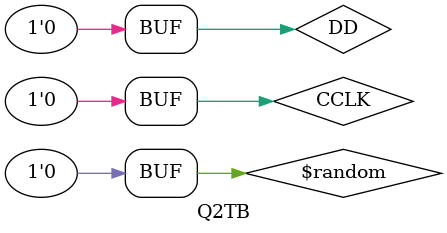
<source format=v>
`timescale 1ns/1ns
module Q2TB();
reg DD = 0;
reg CCLK = 0;

wire QQ, QQb;
D_flip_flop UUT2(DD, CCLK, QQ, QQb);

initial repeat(20) #100 CCLK = ~CCLK;
initial repeat(13) #150 DD = $random;

endmodule
</source>
